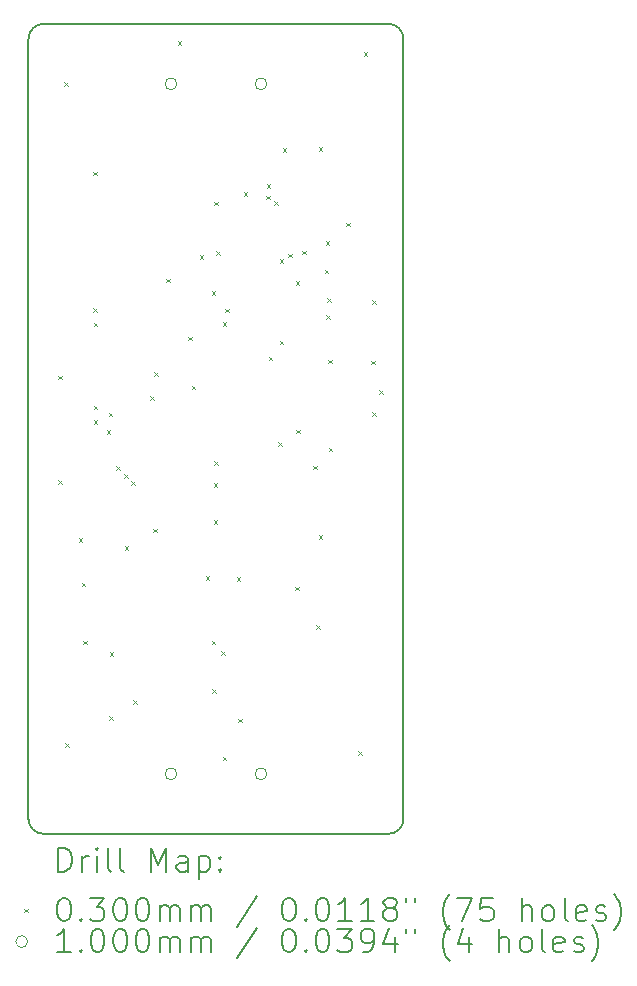
<source format=gbr>
%TF.GenerationSoftware,KiCad,Pcbnew,9.0.6-9.0.6~ubuntu25.10.1*%
%TF.CreationDate,2025-12-01T20:39:07+09:00*%
%TF.ProjectId,bionic-z280,62696f6e-6963-42d7-9a32-38302e6b6963,1*%
%TF.SameCoordinates,Original*%
%TF.FileFunction,Drillmap*%
%TF.FilePolarity,Positive*%
%FSLAX45Y45*%
G04 Gerber Fmt 4.5, Leading zero omitted, Abs format (unit mm)*
G04 Created by KiCad (PCBNEW 9.0.6-9.0.6~ubuntu25.10.1) date 2025-12-01 20:39:07*
%MOMM*%
%LPD*%
G01*
G04 APERTURE LIST*
%ADD10C,0.150000*%
%ADD11C,0.200000*%
%ADD12C,0.100000*%
G04 APERTURE END LIST*
D10*
X9909500Y-13858000D02*
G75*
G02*
X9782500Y-13731000I0J127000D01*
G01*
X12830500Y-7000000D02*
X9909500Y-7000000D01*
X9782500Y-7127000D02*
G75*
G02*
X9909500Y-7000000I127000J0D01*
G01*
X9909500Y-13858000D02*
X12830500Y-13858000D01*
X12830500Y-7000000D02*
G75*
G02*
X12957500Y-7127000I0J-127000D01*
G01*
X12957500Y-13731000D02*
G75*
G02*
X12830500Y-13858000I-127000J0D01*
G01*
X9782500Y-7127000D02*
X9782500Y-13731000D01*
X12957500Y-13731000D02*
X12957500Y-7127000D01*
D11*
D12*
X10036740Y-9979660D02*
X10066740Y-10009660D01*
X10066740Y-9979660D02*
X10036740Y-10009660D01*
X10036740Y-10866120D02*
X10066740Y-10896120D01*
X10066740Y-10866120D02*
X10036740Y-10896120D01*
X10085000Y-7493000D02*
X10115000Y-7523000D01*
X10115000Y-7493000D02*
X10085000Y-7523000D01*
X10092620Y-13091160D02*
X10122620Y-13121160D01*
X10122620Y-13091160D02*
X10092620Y-13121160D01*
X10209460Y-11353800D02*
X10239460Y-11383800D01*
X10239460Y-11353800D02*
X10209460Y-11383800D01*
X10234300Y-11732820D02*
X10264300Y-11762820D01*
X10264300Y-11732820D02*
X10234300Y-11762820D01*
X10246290Y-12223750D02*
X10276290Y-12253750D01*
X10276290Y-12223750D02*
X10246290Y-12253750D01*
X10330110Y-9406890D02*
X10360110Y-9436890D01*
X10360110Y-9406890D02*
X10330110Y-9436890D01*
X10331380Y-8252460D02*
X10361380Y-8282460D01*
X10361380Y-8252460D02*
X10331380Y-8282460D01*
X10336460Y-9530080D02*
X10366460Y-9560080D01*
X10366460Y-9530080D02*
X10336460Y-9560080D01*
X10336460Y-10232510D02*
X10366460Y-10262510D01*
X10366460Y-10232510D02*
X10336460Y-10262510D01*
X10336460Y-10358120D02*
X10366460Y-10388120D01*
X10366460Y-10358120D02*
X10336460Y-10388120D01*
X10446434Y-10441187D02*
X10476434Y-10471187D01*
X10476434Y-10441187D02*
X10446434Y-10471187D01*
X10463460Y-10292510D02*
X10493460Y-10322510D01*
X10493460Y-10292510D02*
X10463460Y-10322510D01*
X10466000Y-12860020D02*
X10496000Y-12890020D01*
X10496000Y-12860020D02*
X10466000Y-12890020D01*
X10471080Y-12319000D02*
X10501080Y-12349000D01*
X10501080Y-12319000D02*
X10471080Y-12349000D01*
X10523460Y-10746740D02*
X10553460Y-10776740D01*
X10553460Y-10746740D02*
X10523460Y-10776740D01*
X10593000Y-10811200D02*
X10623000Y-10841200D01*
X10623000Y-10811200D02*
X10593000Y-10841200D01*
X10597120Y-11422380D02*
X10627120Y-11452380D01*
X10627120Y-11422380D02*
X10597120Y-11452380D01*
X10653960Y-10871200D02*
X10683960Y-10901200D01*
X10683960Y-10871200D02*
X10653960Y-10901200D01*
X10671740Y-12724440D02*
X10701740Y-12754440D01*
X10701740Y-12724440D02*
X10671740Y-12754440D01*
X10811440Y-10154920D02*
X10841440Y-10184920D01*
X10841440Y-10154920D02*
X10811440Y-10184920D01*
X10836840Y-11275060D02*
X10866840Y-11305060D01*
X10866840Y-11275060D02*
X10836840Y-11305060D01*
X10849540Y-9949180D02*
X10879540Y-9979180D01*
X10879540Y-9949180D02*
X10849540Y-9979180D01*
X10948600Y-9156700D02*
X10978600Y-9186700D01*
X10978600Y-9156700D02*
X10948600Y-9186700D01*
X11047660Y-7145020D02*
X11077660Y-7175020D01*
X11077660Y-7145020D02*
X11047660Y-7175020D01*
X11134020Y-9649460D02*
X11164020Y-9679460D01*
X11164020Y-9649460D02*
X11134020Y-9679460D01*
X11164500Y-10063480D02*
X11194500Y-10093480D01*
X11194500Y-10063480D02*
X11164500Y-10093480D01*
X11233080Y-8958580D02*
X11263080Y-8988580D01*
X11263080Y-8958580D02*
X11233080Y-8988580D01*
X11285150Y-11677650D02*
X11315150Y-11707650D01*
X11315150Y-11677650D02*
X11285150Y-11707650D01*
X11332656Y-9263897D02*
X11362656Y-9293897D01*
X11362656Y-9263897D02*
X11332656Y-9293897D01*
X11334680Y-12222480D02*
X11364680Y-12252480D01*
X11364680Y-12222480D02*
X11334680Y-12252480D01*
X11337220Y-12633000D02*
X11367220Y-12663000D01*
X11367220Y-12633000D02*
X11337220Y-12663000D01*
X11352460Y-10888980D02*
X11382460Y-10918980D01*
X11382460Y-10888980D02*
X11352460Y-10918980D01*
X11352460Y-11201400D02*
X11382460Y-11231400D01*
X11382460Y-11201400D02*
X11352460Y-11231400D01*
X11355000Y-10703560D02*
X11385000Y-10733560D01*
X11385000Y-10703560D02*
X11355000Y-10733560D01*
X11357540Y-8506460D02*
X11387540Y-8536460D01*
X11387540Y-8506460D02*
X11357540Y-8536460D01*
X11370240Y-8925560D02*
X11400240Y-8955560D01*
X11400240Y-8925560D02*
X11370240Y-8955560D01*
X11416476Y-12311896D02*
X11446476Y-12341896D01*
X11446476Y-12311896D02*
X11416476Y-12341896D01*
X11426120Y-13205460D02*
X11456120Y-13235460D01*
X11456120Y-13205460D02*
X11426120Y-13235460D01*
X11428660Y-9525000D02*
X11458660Y-9555000D01*
X11458660Y-9525000D02*
X11428660Y-9555000D01*
X11446440Y-9412280D02*
X11476440Y-9442280D01*
X11476440Y-9412280D02*
X11446440Y-9442280D01*
X11545500Y-11684000D02*
X11575500Y-11714000D01*
X11575500Y-11684000D02*
X11545500Y-11714000D01*
X11558200Y-12882880D02*
X11588200Y-12912880D01*
X11588200Y-12882880D02*
X11558200Y-12912880D01*
X11606460Y-8425180D02*
X11636460Y-8455180D01*
X11636460Y-8425180D02*
X11606460Y-8455180D01*
X11795032Y-8456830D02*
X11825032Y-8486830D01*
X11825032Y-8456830D02*
X11795032Y-8486830D01*
X11800460Y-8359140D02*
X11830460Y-8389140D01*
X11830460Y-8359140D02*
X11800460Y-8389140D01*
X11817280Y-9817100D02*
X11847280Y-9847100D01*
X11847280Y-9817100D02*
X11817280Y-9847100D01*
X11862350Y-8500054D02*
X11892350Y-8530054D01*
X11892350Y-8500054D02*
X11862350Y-8530054D01*
X11898560Y-10543540D02*
X11928560Y-10573540D01*
X11928560Y-10543540D02*
X11898560Y-10573540D01*
X11908720Y-8991346D02*
X11938720Y-9021346D01*
X11938720Y-8991346D02*
X11908720Y-9021346D01*
X11910960Y-9682480D02*
X11940960Y-9712480D01*
X11940960Y-9682480D02*
X11910960Y-9712480D01*
X11934120Y-8054340D02*
X11964120Y-8084340D01*
X11964120Y-8054340D02*
X11934120Y-8084340D01*
X11980208Y-8946652D02*
X12010208Y-8976652D01*
X12010208Y-8946652D02*
X11980208Y-8976652D01*
X12043340Y-11765280D02*
X12073340Y-11795280D01*
X12073340Y-11765280D02*
X12043340Y-11795280D01*
X12045126Y-9178807D02*
X12075126Y-9208807D01*
X12075126Y-9178807D02*
X12045126Y-9208807D01*
X12047460Y-10436860D02*
X12077460Y-10466860D01*
X12077460Y-10436860D02*
X12047460Y-10466860D01*
X12099220Y-8920480D02*
X12129220Y-8950480D01*
X12129220Y-8920480D02*
X12099220Y-8950480D01*
X12195212Y-10741950D02*
X12225212Y-10771950D01*
X12225212Y-10741950D02*
X12195212Y-10771950D01*
X12218600Y-12090400D02*
X12248600Y-12120400D01*
X12248600Y-12090400D02*
X12218600Y-12120400D01*
X12238920Y-11330940D02*
X12268920Y-11360940D01*
X12268920Y-11330940D02*
X12238920Y-11360940D01*
X12241460Y-8046720D02*
X12271460Y-8076720D01*
X12271460Y-8046720D02*
X12241460Y-8076720D01*
X12292260Y-9083040D02*
X12322260Y-9113040D01*
X12322260Y-9083040D02*
X12292260Y-9113040D01*
X12300633Y-8839954D02*
X12330633Y-8869954D01*
X12330633Y-8839954D02*
X12300633Y-8869954D01*
X12304960Y-9469120D02*
X12334960Y-9499120D01*
X12334960Y-9469120D02*
X12304960Y-9499120D01*
X12312580Y-9321800D02*
X12342580Y-9351800D01*
X12342580Y-9321800D02*
X12312580Y-9351800D01*
X12320200Y-9845040D02*
X12350200Y-9875040D01*
X12350200Y-9845040D02*
X12320200Y-9875040D01*
X12325280Y-10588300D02*
X12355280Y-10618300D01*
X12355280Y-10588300D02*
X12325280Y-10618300D01*
X12475140Y-8684260D02*
X12505140Y-8714260D01*
X12505140Y-8684260D02*
X12475140Y-8714260D01*
X12574200Y-13157200D02*
X12604200Y-13187200D01*
X12604200Y-13157200D02*
X12574200Y-13187200D01*
X12622460Y-7239000D02*
X12652460Y-7269000D01*
X12652460Y-7239000D02*
X12622460Y-7269000D01*
X12685960Y-9852660D02*
X12715960Y-9882660D01*
X12715960Y-9852660D02*
X12685960Y-9882660D01*
X12691040Y-9342120D02*
X12721040Y-9372120D01*
X12721040Y-9342120D02*
X12691040Y-9372120D01*
X12692000Y-10289540D02*
X12722000Y-10319540D01*
X12722000Y-10289540D02*
X12692000Y-10319540D01*
X12752000Y-10104120D02*
X12782000Y-10134120D01*
X12782000Y-10104120D02*
X12752000Y-10134120D01*
X11039000Y-7508000D02*
G75*
G02*
X10939000Y-7508000I-50000J0D01*
G01*
X10939000Y-7508000D02*
G75*
G02*
X11039000Y-7508000I50000J0D01*
G01*
X11039000Y-13350000D02*
G75*
G02*
X10939000Y-13350000I-50000J0D01*
G01*
X10939000Y-13350000D02*
G75*
G02*
X11039000Y-13350000I50000J0D01*
G01*
X11801000Y-7508000D02*
G75*
G02*
X11701000Y-7508000I-50000J0D01*
G01*
X11701000Y-7508000D02*
G75*
G02*
X11801000Y-7508000I50000J0D01*
G01*
X11801000Y-13350000D02*
G75*
G02*
X11701000Y-13350000I-50000J0D01*
G01*
X11701000Y-13350000D02*
G75*
G02*
X11801000Y-13350000I50000J0D01*
G01*
D11*
X10035777Y-14176984D02*
X10035777Y-13976984D01*
X10035777Y-13976984D02*
X10083396Y-13976984D01*
X10083396Y-13976984D02*
X10111967Y-13986508D01*
X10111967Y-13986508D02*
X10131015Y-14005555D01*
X10131015Y-14005555D02*
X10140539Y-14024603D01*
X10140539Y-14024603D02*
X10150063Y-14062698D01*
X10150063Y-14062698D02*
X10150063Y-14091269D01*
X10150063Y-14091269D02*
X10140539Y-14129365D01*
X10140539Y-14129365D02*
X10131015Y-14148412D01*
X10131015Y-14148412D02*
X10111967Y-14167460D01*
X10111967Y-14167460D02*
X10083396Y-14176984D01*
X10083396Y-14176984D02*
X10035777Y-14176984D01*
X10235777Y-14176984D02*
X10235777Y-14043650D01*
X10235777Y-14081746D02*
X10245301Y-14062698D01*
X10245301Y-14062698D02*
X10254824Y-14053174D01*
X10254824Y-14053174D02*
X10273872Y-14043650D01*
X10273872Y-14043650D02*
X10292920Y-14043650D01*
X10359586Y-14176984D02*
X10359586Y-14043650D01*
X10359586Y-13976984D02*
X10350063Y-13986508D01*
X10350063Y-13986508D02*
X10359586Y-13996031D01*
X10359586Y-13996031D02*
X10369110Y-13986508D01*
X10369110Y-13986508D02*
X10359586Y-13976984D01*
X10359586Y-13976984D02*
X10359586Y-13996031D01*
X10483396Y-14176984D02*
X10464348Y-14167460D01*
X10464348Y-14167460D02*
X10454824Y-14148412D01*
X10454824Y-14148412D02*
X10454824Y-13976984D01*
X10588158Y-14176984D02*
X10569110Y-14167460D01*
X10569110Y-14167460D02*
X10559586Y-14148412D01*
X10559586Y-14148412D02*
X10559586Y-13976984D01*
X10816729Y-14176984D02*
X10816729Y-13976984D01*
X10816729Y-13976984D02*
X10883396Y-14119841D01*
X10883396Y-14119841D02*
X10950063Y-13976984D01*
X10950063Y-13976984D02*
X10950063Y-14176984D01*
X11131015Y-14176984D02*
X11131015Y-14072222D01*
X11131015Y-14072222D02*
X11121491Y-14053174D01*
X11121491Y-14053174D02*
X11102444Y-14043650D01*
X11102444Y-14043650D02*
X11064348Y-14043650D01*
X11064348Y-14043650D02*
X11045301Y-14053174D01*
X11131015Y-14167460D02*
X11111967Y-14176984D01*
X11111967Y-14176984D02*
X11064348Y-14176984D01*
X11064348Y-14176984D02*
X11045301Y-14167460D01*
X11045301Y-14167460D02*
X11035777Y-14148412D01*
X11035777Y-14148412D02*
X11035777Y-14129365D01*
X11035777Y-14129365D02*
X11045301Y-14110317D01*
X11045301Y-14110317D02*
X11064348Y-14100793D01*
X11064348Y-14100793D02*
X11111967Y-14100793D01*
X11111967Y-14100793D02*
X11131015Y-14091269D01*
X11226253Y-14043650D02*
X11226253Y-14243650D01*
X11226253Y-14053174D02*
X11245301Y-14043650D01*
X11245301Y-14043650D02*
X11283396Y-14043650D01*
X11283396Y-14043650D02*
X11302443Y-14053174D01*
X11302443Y-14053174D02*
X11311967Y-14062698D01*
X11311967Y-14062698D02*
X11321491Y-14081746D01*
X11321491Y-14081746D02*
X11321491Y-14138888D01*
X11321491Y-14138888D02*
X11311967Y-14157936D01*
X11311967Y-14157936D02*
X11302443Y-14167460D01*
X11302443Y-14167460D02*
X11283396Y-14176984D01*
X11283396Y-14176984D02*
X11245301Y-14176984D01*
X11245301Y-14176984D02*
X11226253Y-14167460D01*
X11407205Y-14157936D02*
X11416729Y-14167460D01*
X11416729Y-14167460D02*
X11407205Y-14176984D01*
X11407205Y-14176984D02*
X11397682Y-14167460D01*
X11397682Y-14167460D02*
X11407205Y-14157936D01*
X11407205Y-14157936D02*
X11407205Y-14176984D01*
X11407205Y-14053174D02*
X11416729Y-14062698D01*
X11416729Y-14062698D02*
X11407205Y-14072222D01*
X11407205Y-14072222D02*
X11397682Y-14062698D01*
X11397682Y-14062698D02*
X11407205Y-14053174D01*
X11407205Y-14053174D02*
X11407205Y-14072222D01*
D12*
X9745000Y-14490500D02*
X9775000Y-14520500D01*
X9775000Y-14490500D02*
X9745000Y-14520500D01*
D11*
X10073872Y-14396984D02*
X10092920Y-14396984D01*
X10092920Y-14396984D02*
X10111967Y-14406508D01*
X10111967Y-14406508D02*
X10121491Y-14416031D01*
X10121491Y-14416031D02*
X10131015Y-14435079D01*
X10131015Y-14435079D02*
X10140539Y-14473174D01*
X10140539Y-14473174D02*
X10140539Y-14520793D01*
X10140539Y-14520793D02*
X10131015Y-14558888D01*
X10131015Y-14558888D02*
X10121491Y-14577936D01*
X10121491Y-14577936D02*
X10111967Y-14587460D01*
X10111967Y-14587460D02*
X10092920Y-14596984D01*
X10092920Y-14596984D02*
X10073872Y-14596984D01*
X10073872Y-14596984D02*
X10054824Y-14587460D01*
X10054824Y-14587460D02*
X10045301Y-14577936D01*
X10045301Y-14577936D02*
X10035777Y-14558888D01*
X10035777Y-14558888D02*
X10026253Y-14520793D01*
X10026253Y-14520793D02*
X10026253Y-14473174D01*
X10026253Y-14473174D02*
X10035777Y-14435079D01*
X10035777Y-14435079D02*
X10045301Y-14416031D01*
X10045301Y-14416031D02*
X10054824Y-14406508D01*
X10054824Y-14406508D02*
X10073872Y-14396984D01*
X10226253Y-14577936D02*
X10235777Y-14587460D01*
X10235777Y-14587460D02*
X10226253Y-14596984D01*
X10226253Y-14596984D02*
X10216729Y-14587460D01*
X10216729Y-14587460D02*
X10226253Y-14577936D01*
X10226253Y-14577936D02*
X10226253Y-14596984D01*
X10302444Y-14396984D02*
X10426253Y-14396984D01*
X10426253Y-14396984D02*
X10359586Y-14473174D01*
X10359586Y-14473174D02*
X10388158Y-14473174D01*
X10388158Y-14473174D02*
X10407205Y-14482698D01*
X10407205Y-14482698D02*
X10416729Y-14492222D01*
X10416729Y-14492222D02*
X10426253Y-14511269D01*
X10426253Y-14511269D02*
X10426253Y-14558888D01*
X10426253Y-14558888D02*
X10416729Y-14577936D01*
X10416729Y-14577936D02*
X10407205Y-14587460D01*
X10407205Y-14587460D02*
X10388158Y-14596984D01*
X10388158Y-14596984D02*
X10331015Y-14596984D01*
X10331015Y-14596984D02*
X10311967Y-14587460D01*
X10311967Y-14587460D02*
X10302444Y-14577936D01*
X10550063Y-14396984D02*
X10569110Y-14396984D01*
X10569110Y-14396984D02*
X10588158Y-14406508D01*
X10588158Y-14406508D02*
X10597682Y-14416031D01*
X10597682Y-14416031D02*
X10607205Y-14435079D01*
X10607205Y-14435079D02*
X10616729Y-14473174D01*
X10616729Y-14473174D02*
X10616729Y-14520793D01*
X10616729Y-14520793D02*
X10607205Y-14558888D01*
X10607205Y-14558888D02*
X10597682Y-14577936D01*
X10597682Y-14577936D02*
X10588158Y-14587460D01*
X10588158Y-14587460D02*
X10569110Y-14596984D01*
X10569110Y-14596984D02*
X10550063Y-14596984D01*
X10550063Y-14596984D02*
X10531015Y-14587460D01*
X10531015Y-14587460D02*
X10521491Y-14577936D01*
X10521491Y-14577936D02*
X10511967Y-14558888D01*
X10511967Y-14558888D02*
X10502444Y-14520793D01*
X10502444Y-14520793D02*
X10502444Y-14473174D01*
X10502444Y-14473174D02*
X10511967Y-14435079D01*
X10511967Y-14435079D02*
X10521491Y-14416031D01*
X10521491Y-14416031D02*
X10531015Y-14406508D01*
X10531015Y-14406508D02*
X10550063Y-14396984D01*
X10740539Y-14396984D02*
X10759586Y-14396984D01*
X10759586Y-14396984D02*
X10778634Y-14406508D01*
X10778634Y-14406508D02*
X10788158Y-14416031D01*
X10788158Y-14416031D02*
X10797682Y-14435079D01*
X10797682Y-14435079D02*
X10807205Y-14473174D01*
X10807205Y-14473174D02*
X10807205Y-14520793D01*
X10807205Y-14520793D02*
X10797682Y-14558888D01*
X10797682Y-14558888D02*
X10788158Y-14577936D01*
X10788158Y-14577936D02*
X10778634Y-14587460D01*
X10778634Y-14587460D02*
X10759586Y-14596984D01*
X10759586Y-14596984D02*
X10740539Y-14596984D01*
X10740539Y-14596984D02*
X10721491Y-14587460D01*
X10721491Y-14587460D02*
X10711967Y-14577936D01*
X10711967Y-14577936D02*
X10702444Y-14558888D01*
X10702444Y-14558888D02*
X10692920Y-14520793D01*
X10692920Y-14520793D02*
X10692920Y-14473174D01*
X10692920Y-14473174D02*
X10702444Y-14435079D01*
X10702444Y-14435079D02*
X10711967Y-14416031D01*
X10711967Y-14416031D02*
X10721491Y-14406508D01*
X10721491Y-14406508D02*
X10740539Y-14396984D01*
X10892920Y-14596984D02*
X10892920Y-14463650D01*
X10892920Y-14482698D02*
X10902444Y-14473174D01*
X10902444Y-14473174D02*
X10921491Y-14463650D01*
X10921491Y-14463650D02*
X10950063Y-14463650D01*
X10950063Y-14463650D02*
X10969110Y-14473174D01*
X10969110Y-14473174D02*
X10978634Y-14492222D01*
X10978634Y-14492222D02*
X10978634Y-14596984D01*
X10978634Y-14492222D02*
X10988158Y-14473174D01*
X10988158Y-14473174D02*
X11007205Y-14463650D01*
X11007205Y-14463650D02*
X11035777Y-14463650D01*
X11035777Y-14463650D02*
X11054825Y-14473174D01*
X11054825Y-14473174D02*
X11064348Y-14492222D01*
X11064348Y-14492222D02*
X11064348Y-14596984D01*
X11159586Y-14596984D02*
X11159586Y-14463650D01*
X11159586Y-14482698D02*
X11169110Y-14473174D01*
X11169110Y-14473174D02*
X11188158Y-14463650D01*
X11188158Y-14463650D02*
X11216729Y-14463650D01*
X11216729Y-14463650D02*
X11235777Y-14473174D01*
X11235777Y-14473174D02*
X11245301Y-14492222D01*
X11245301Y-14492222D02*
X11245301Y-14596984D01*
X11245301Y-14492222D02*
X11254824Y-14473174D01*
X11254824Y-14473174D02*
X11273872Y-14463650D01*
X11273872Y-14463650D02*
X11302443Y-14463650D01*
X11302443Y-14463650D02*
X11321491Y-14473174D01*
X11321491Y-14473174D02*
X11331015Y-14492222D01*
X11331015Y-14492222D02*
X11331015Y-14596984D01*
X11721491Y-14387460D02*
X11550063Y-14644603D01*
X11978634Y-14396984D02*
X11997682Y-14396984D01*
X11997682Y-14396984D02*
X12016729Y-14406508D01*
X12016729Y-14406508D02*
X12026253Y-14416031D01*
X12026253Y-14416031D02*
X12035777Y-14435079D01*
X12035777Y-14435079D02*
X12045301Y-14473174D01*
X12045301Y-14473174D02*
X12045301Y-14520793D01*
X12045301Y-14520793D02*
X12035777Y-14558888D01*
X12035777Y-14558888D02*
X12026253Y-14577936D01*
X12026253Y-14577936D02*
X12016729Y-14587460D01*
X12016729Y-14587460D02*
X11997682Y-14596984D01*
X11997682Y-14596984D02*
X11978634Y-14596984D01*
X11978634Y-14596984D02*
X11959586Y-14587460D01*
X11959586Y-14587460D02*
X11950063Y-14577936D01*
X11950063Y-14577936D02*
X11940539Y-14558888D01*
X11940539Y-14558888D02*
X11931015Y-14520793D01*
X11931015Y-14520793D02*
X11931015Y-14473174D01*
X11931015Y-14473174D02*
X11940539Y-14435079D01*
X11940539Y-14435079D02*
X11950063Y-14416031D01*
X11950063Y-14416031D02*
X11959586Y-14406508D01*
X11959586Y-14406508D02*
X11978634Y-14396984D01*
X12131015Y-14577936D02*
X12140539Y-14587460D01*
X12140539Y-14587460D02*
X12131015Y-14596984D01*
X12131015Y-14596984D02*
X12121491Y-14587460D01*
X12121491Y-14587460D02*
X12131015Y-14577936D01*
X12131015Y-14577936D02*
X12131015Y-14596984D01*
X12264348Y-14396984D02*
X12283396Y-14396984D01*
X12283396Y-14396984D02*
X12302444Y-14406508D01*
X12302444Y-14406508D02*
X12311967Y-14416031D01*
X12311967Y-14416031D02*
X12321491Y-14435079D01*
X12321491Y-14435079D02*
X12331015Y-14473174D01*
X12331015Y-14473174D02*
X12331015Y-14520793D01*
X12331015Y-14520793D02*
X12321491Y-14558888D01*
X12321491Y-14558888D02*
X12311967Y-14577936D01*
X12311967Y-14577936D02*
X12302444Y-14587460D01*
X12302444Y-14587460D02*
X12283396Y-14596984D01*
X12283396Y-14596984D02*
X12264348Y-14596984D01*
X12264348Y-14596984D02*
X12245301Y-14587460D01*
X12245301Y-14587460D02*
X12235777Y-14577936D01*
X12235777Y-14577936D02*
X12226253Y-14558888D01*
X12226253Y-14558888D02*
X12216729Y-14520793D01*
X12216729Y-14520793D02*
X12216729Y-14473174D01*
X12216729Y-14473174D02*
X12226253Y-14435079D01*
X12226253Y-14435079D02*
X12235777Y-14416031D01*
X12235777Y-14416031D02*
X12245301Y-14406508D01*
X12245301Y-14406508D02*
X12264348Y-14396984D01*
X12521491Y-14596984D02*
X12407206Y-14596984D01*
X12464348Y-14596984D02*
X12464348Y-14396984D01*
X12464348Y-14396984D02*
X12445301Y-14425555D01*
X12445301Y-14425555D02*
X12426253Y-14444603D01*
X12426253Y-14444603D02*
X12407206Y-14454127D01*
X12711967Y-14596984D02*
X12597682Y-14596984D01*
X12654825Y-14596984D02*
X12654825Y-14396984D01*
X12654825Y-14396984D02*
X12635777Y-14425555D01*
X12635777Y-14425555D02*
X12616729Y-14444603D01*
X12616729Y-14444603D02*
X12597682Y-14454127D01*
X12826253Y-14482698D02*
X12807206Y-14473174D01*
X12807206Y-14473174D02*
X12797682Y-14463650D01*
X12797682Y-14463650D02*
X12788158Y-14444603D01*
X12788158Y-14444603D02*
X12788158Y-14435079D01*
X12788158Y-14435079D02*
X12797682Y-14416031D01*
X12797682Y-14416031D02*
X12807206Y-14406508D01*
X12807206Y-14406508D02*
X12826253Y-14396984D01*
X12826253Y-14396984D02*
X12864348Y-14396984D01*
X12864348Y-14396984D02*
X12883396Y-14406508D01*
X12883396Y-14406508D02*
X12892920Y-14416031D01*
X12892920Y-14416031D02*
X12902444Y-14435079D01*
X12902444Y-14435079D02*
X12902444Y-14444603D01*
X12902444Y-14444603D02*
X12892920Y-14463650D01*
X12892920Y-14463650D02*
X12883396Y-14473174D01*
X12883396Y-14473174D02*
X12864348Y-14482698D01*
X12864348Y-14482698D02*
X12826253Y-14482698D01*
X12826253Y-14482698D02*
X12807206Y-14492222D01*
X12807206Y-14492222D02*
X12797682Y-14501746D01*
X12797682Y-14501746D02*
X12788158Y-14520793D01*
X12788158Y-14520793D02*
X12788158Y-14558888D01*
X12788158Y-14558888D02*
X12797682Y-14577936D01*
X12797682Y-14577936D02*
X12807206Y-14587460D01*
X12807206Y-14587460D02*
X12826253Y-14596984D01*
X12826253Y-14596984D02*
X12864348Y-14596984D01*
X12864348Y-14596984D02*
X12883396Y-14587460D01*
X12883396Y-14587460D02*
X12892920Y-14577936D01*
X12892920Y-14577936D02*
X12902444Y-14558888D01*
X12902444Y-14558888D02*
X12902444Y-14520793D01*
X12902444Y-14520793D02*
X12892920Y-14501746D01*
X12892920Y-14501746D02*
X12883396Y-14492222D01*
X12883396Y-14492222D02*
X12864348Y-14482698D01*
X12978634Y-14396984D02*
X12978634Y-14435079D01*
X13054825Y-14396984D02*
X13054825Y-14435079D01*
X13350063Y-14673174D02*
X13340539Y-14663650D01*
X13340539Y-14663650D02*
X13321491Y-14635079D01*
X13321491Y-14635079D02*
X13311968Y-14616031D01*
X13311968Y-14616031D02*
X13302444Y-14587460D01*
X13302444Y-14587460D02*
X13292920Y-14539841D01*
X13292920Y-14539841D02*
X13292920Y-14501746D01*
X13292920Y-14501746D02*
X13302444Y-14454127D01*
X13302444Y-14454127D02*
X13311968Y-14425555D01*
X13311968Y-14425555D02*
X13321491Y-14406508D01*
X13321491Y-14406508D02*
X13340539Y-14377936D01*
X13340539Y-14377936D02*
X13350063Y-14368412D01*
X13407206Y-14396984D02*
X13540539Y-14396984D01*
X13540539Y-14396984D02*
X13454825Y-14596984D01*
X13711968Y-14396984D02*
X13616729Y-14396984D01*
X13616729Y-14396984D02*
X13607206Y-14492222D01*
X13607206Y-14492222D02*
X13616729Y-14482698D01*
X13616729Y-14482698D02*
X13635777Y-14473174D01*
X13635777Y-14473174D02*
X13683396Y-14473174D01*
X13683396Y-14473174D02*
X13702444Y-14482698D01*
X13702444Y-14482698D02*
X13711968Y-14492222D01*
X13711968Y-14492222D02*
X13721491Y-14511269D01*
X13721491Y-14511269D02*
X13721491Y-14558888D01*
X13721491Y-14558888D02*
X13711968Y-14577936D01*
X13711968Y-14577936D02*
X13702444Y-14587460D01*
X13702444Y-14587460D02*
X13683396Y-14596984D01*
X13683396Y-14596984D02*
X13635777Y-14596984D01*
X13635777Y-14596984D02*
X13616729Y-14587460D01*
X13616729Y-14587460D02*
X13607206Y-14577936D01*
X13959587Y-14596984D02*
X13959587Y-14396984D01*
X14045301Y-14596984D02*
X14045301Y-14492222D01*
X14045301Y-14492222D02*
X14035777Y-14473174D01*
X14035777Y-14473174D02*
X14016730Y-14463650D01*
X14016730Y-14463650D02*
X13988158Y-14463650D01*
X13988158Y-14463650D02*
X13969110Y-14473174D01*
X13969110Y-14473174D02*
X13959587Y-14482698D01*
X14169110Y-14596984D02*
X14150063Y-14587460D01*
X14150063Y-14587460D02*
X14140539Y-14577936D01*
X14140539Y-14577936D02*
X14131015Y-14558888D01*
X14131015Y-14558888D02*
X14131015Y-14501746D01*
X14131015Y-14501746D02*
X14140539Y-14482698D01*
X14140539Y-14482698D02*
X14150063Y-14473174D01*
X14150063Y-14473174D02*
X14169110Y-14463650D01*
X14169110Y-14463650D02*
X14197682Y-14463650D01*
X14197682Y-14463650D02*
X14216730Y-14473174D01*
X14216730Y-14473174D02*
X14226253Y-14482698D01*
X14226253Y-14482698D02*
X14235777Y-14501746D01*
X14235777Y-14501746D02*
X14235777Y-14558888D01*
X14235777Y-14558888D02*
X14226253Y-14577936D01*
X14226253Y-14577936D02*
X14216730Y-14587460D01*
X14216730Y-14587460D02*
X14197682Y-14596984D01*
X14197682Y-14596984D02*
X14169110Y-14596984D01*
X14350063Y-14596984D02*
X14331015Y-14587460D01*
X14331015Y-14587460D02*
X14321491Y-14568412D01*
X14321491Y-14568412D02*
X14321491Y-14396984D01*
X14502444Y-14587460D02*
X14483396Y-14596984D01*
X14483396Y-14596984D02*
X14445301Y-14596984D01*
X14445301Y-14596984D02*
X14426253Y-14587460D01*
X14426253Y-14587460D02*
X14416730Y-14568412D01*
X14416730Y-14568412D02*
X14416730Y-14492222D01*
X14416730Y-14492222D02*
X14426253Y-14473174D01*
X14426253Y-14473174D02*
X14445301Y-14463650D01*
X14445301Y-14463650D02*
X14483396Y-14463650D01*
X14483396Y-14463650D02*
X14502444Y-14473174D01*
X14502444Y-14473174D02*
X14511968Y-14492222D01*
X14511968Y-14492222D02*
X14511968Y-14511269D01*
X14511968Y-14511269D02*
X14416730Y-14530317D01*
X14588158Y-14587460D02*
X14607206Y-14596984D01*
X14607206Y-14596984D02*
X14645301Y-14596984D01*
X14645301Y-14596984D02*
X14664349Y-14587460D01*
X14664349Y-14587460D02*
X14673872Y-14568412D01*
X14673872Y-14568412D02*
X14673872Y-14558888D01*
X14673872Y-14558888D02*
X14664349Y-14539841D01*
X14664349Y-14539841D02*
X14645301Y-14530317D01*
X14645301Y-14530317D02*
X14616730Y-14530317D01*
X14616730Y-14530317D02*
X14597682Y-14520793D01*
X14597682Y-14520793D02*
X14588158Y-14501746D01*
X14588158Y-14501746D02*
X14588158Y-14492222D01*
X14588158Y-14492222D02*
X14597682Y-14473174D01*
X14597682Y-14473174D02*
X14616730Y-14463650D01*
X14616730Y-14463650D02*
X14645301Y-14463650D01*
X14645301Y-14463650D02*
X14664349Y-14473174D01*
X14740539Y-14673174D02*
X14750063Y-14663650D01*
X14750063Y-14663650D02*
X14769111Y-14635079D01*
X14769111Y-14635079D02*
X14778634Y-14616031D01*
X14778634Y-14616031D02*
X14788158Y-14587460D01*
X14788158Y-14587460D02*
X14797682Y-14539841D01*
X14797682Y-14539841D02*
X14797682Y-14501746D01*
X14797682Y-14501746D02*
X14788158Y-14454127D01*
X14788158Y-14454127D02*
X14778634Y-14425555D01*
X14778634Y-14425555D02*
X14769111Y-14406508D01*
X14769111Y-14406508D02*
X14750063Y-14377936D01*
X14750063Y-14377936D02*
X14740539Y-14368412D01*
D12*
X9775000Y-14769500D02*
G75*
G02*
X9675000Y-14769500I-50000J0D01*
G01*
X9675000Y-14769500D02*
G75*
G02*
X9775000Y-14769500I50000J0D01*
G01*
D11*
X10140539Y-14860984D02*
X10026253Y-14860984D01*
X10083396Y-14860984D02*
X10083396Y-14660984D01*
X10083396Y-14660984D02*
X10064348Y-14689555D01*
X10064348Y-14689555D02*
X10045301Y-14708603D01*
X10045301Y-14708603D02*
X10026253Y-14718127D01*
X10226253Y-14841936D02*
X10235777Y-14851460D01*
X10235777Y-14851460D02*
X10226253Y-14860984D01*
X10226253Y-14860984D02*
X10216729Y-14851460D01*
X10216729Y-14851460D02*
X10226253Y-14841936D01*
X10226253Y-14841936D02*
X10226253Y-14860984D01*
X10359586Y-14660984D02*
X10378634Y-14660984D01*
X10378634Y-14660984D02*
X10397682Y-14670508D01*
X10397682Y-14670508D02*
X10407205Y-14680031D01*
X10407205Y-14680031D02*
X10416729Y-14699079D01*
X10416729Y-14699079D02*
X10426253Y-14737174D01*
X10426253Y-14737174D02*
X10426253Y-14784793D01*
X10426253Y-14784793D02*
X10416729Y-14822888D01*
X10416729Y-14822888D02*
X10407205Y-14841936D01*
X10407205Y-14841936D02*
X10397682Y-14851460D01*
X10397682Y-14851460D02*
X10378634Y-14860984D01*
X10378634Y-14860984D02*
X10359586Y-14860984D01*
X10359586Y-14860984D02*
X10340539Y-14851460D01*
X10340539Y-14851460D02*
X10331015Y-14841936D01*
X10331015Y-14841936D02*
X10321491Y-14822888D01*
X10321491Y-14822888D02*
X10311967Y-14784793D01*
X10311967Y-14784793D02*
X10311967Y-14737174D01*
X10311967Y-14737174D02*
X10321491Y-14699079D01*
X10321491Y-14699079D02*
X10331015Y-14680031D01*
X10331015Y-14680031D02*
X10340539Y-14670508D01*
X10340539Y-14670508D02*
X10359586Y-14660984D01*
X10550063Y-14660984D02*
X10569110Y-14660984D01*
X10569110Y-14660984D02*
X10588158Y-14670508D01*
X10588158Y-14670508D02*
X10597682Y-14680031D01*
X10597682Y-14680031D02*
X10607205Y-14699079D01*
X10607205Y-14699079D02*
X10616729Y-14737174D01*
X10616729Y-14737174D02*
X10616729Y-14784793D01*
X10616729Y-14784793D02*
X10607205Y-14822888D01*
X10607205Y-14822888D02*
X10597682Y-14841936D01*
X10597682Y-14841936D02*
X10588158Y-14851460D01*
X10588158Y-14851460D02*
X10569110Y-14860984D01*
X10569110Y-14860984D02*
X10550063Y-14860984D01*
X10550063Y-14860984D02*
X10531015Y-14851460D01*
X10531015Y-14851460D02*
X10521491Y-14841936D01*
X10521491Y-14841936D02*
X10511967Y-14822888D01*
X10511967Y-14822888D02*
X10502444Y-14784793D01*
X10502444Y-14784793D02*
X10502444Y-14737174D01*
X10502444Y-14737174D02*
X10511967Y-14699079D01*
X10511967Y-14699079D02*
X10521491Y-14680031D01*
X10521491Y-14680031D02*
X10531015Y-14670508D01*
X10531015Y-14670508D02*
X10550063Y-14660984D01*
X10740539Y-14660984D02*
X10759586Y-14660984D01*
X10759586Y-14660984D02*
X10778634Y-14670508D01*
X10778634Y-14670508D02*
X10788158Y-14680031D01*
X10788158Y-14680031D02*
X10797682Y-14699079D01*
X10797682Y-14699079D02*
X10807205Y-14737174D01*
X10807205Y-14737174D02*
X10807205Y-14784793D01*
X10807205Y-14784793D02*
X10797682Y-14822888D01*
X10797682Y-14822888D02*
X10788158Y-14841936D01*
X10788158Y-14841936D02*
X10778634Y-14851460D01*
X10778634Y-14851460D02*
X10759586Y-14860984D01*
X10759586Y-14860984D02*
X10740539Y-14860984D01*
X10740539Y-14860984D02*
X10721491Y-14851460D01*
X10721491Y-14851460D02*
X10711967Y-14841936D01*
X10711967Y-14841936D02*
X10702444Y-14822888D01*
X10702444Y-14822888D02*
X10692920Y-14784793D01*
X10692920Y-14784793D02*
X10692920Y-14737174D01*
X10692920Y-14737174D02*
X10702444Y-14699079D01*
X10702444Y-14699079D02*
X10711967Y-14680031D01*
X10711967Y-14680031D02*
X10721491Y-14670508D01*
X10721491Y-14670508D02*
X10740539Y-14660984D01*
X10892920Y-14860984D02*
X10892920Y-14727650D01*
X10892920Y-14746698D02*
X10902444Y-14737174D01*
X10902444Y-14737174D02*
X10921491Y-14727650D01*
X10921491Y-14727650D02*
X10950063Y-14727650D01*
X10950063Y-14727650D02*
X10969110Y-14737174D01*
X10969110Y-14737174D02*
X10978634Y-14756222D01*
X10978634Y-14756222D02*
X10978634Y-14860984D01*
X10978634Y-14756222D02*
X10988158Y-14737174D01*
X10988158Y-14737174D02*
X11007205Y-14727650D01*
X11007205Y-14727650D02*
X11035777Y-14727650D01*
X11035777Y-14727650D02*
X11054825Y-14737174D01*
X11054825Y-14737174D02*
X11064348Y-14756222D01*
X11064348Y-14756222D02*
X11064348Y-14860984D01*
X11159586Y-14860984D02*
X11159586Y-14727650D01*
X11159586Y-14746698D02*
X11169110Y-14737174D01*
X11169110Y-14737174D02*
X11188158Y-14727650D01*
X11188158Y-14727650D02*
X11216729Y-14727650D01*
X11216729Y-14727650D02*
X11235777Y-14737174D01*
X11235777Y-14737174D02*
X11245301Y-14756222D01*
X11245301Y-14756222D02*
X11245301Y-14860984D01*
X11245301Y-14756222D02*
X11254824Y-14737174D01*
X11254824Y-14737174D02*
X11273872Y-14727650D01*
X11273872Y-14727650D02*
X11302443Y-14727650D01*
X11302443Y-14727650D02*
X11321491Y-14737174D01*
X11321491Y-14737174D02*
X11331015Y-14756222D01*
X11331015Y-14756222D02*
X11331015Y-14860984D01*
X11721491Y-14651460D02*
X11550063Y-14908603D01*
X11978634Y-14660984D02*
X11997682Y-14660984D01*
X11997682Y-14660984D02*
X12016729Y-14670508D01*
X12016729Y-14670508D02*
X12026253Y-14680031D01*
X12026253Y-14680031D02*
X12035777Y-14699079D01*
X12035777Y-14699079D02*
X12045301Y-14737174D01*
X12045301Y-14737174D02*
X12045301Y-14784793D01*
X12045301Y-14784793D02*
X12035777Y-14822888D01*
X12035777Y-14822888D02*
X12026253Y-14841936D01*
X12026253Y-14841936D02*
X12016729Y-14851460D01*
X12016729Y-14851460D02*
X11997682Y-14860984D01*
X11997682Y-14860984D02*
X11978634Y-14860984D01*
X11978634Y-14860984D02*
X11959586Y-14851460D01*
X11959586Y-14851460D02*
X11950063Y-14841936D01*
X11950063Y-14841936D02*
X11940539Y-14822888D01*
X11940539Y-14822888D02*
X11931015Y-14784793D01*
X11931015Y-14784793D02*
X11931015Y-14737174D01*
X11931015Y-14737174D02*
X11940539Y-14699079D01*
X11940539Y-14699079D02*
X11950063Y-14680031D01*
X11950063Y-14680031D02*
X11959586Y-14670508D01*
X11959586Y-14670508D02*
X11978634Y-14660984D01*
X12131015Y-14841936D02*
X12140539Y-14851460D01*
X12140539Y-14851460D02*
X12131015Y-14860984D01*
X12131015Y-14860984D02*
X12121491Y-14851460D01*
X12121491Y-14851460D02*
X12131015Y-14841936D01*
X12131015Y-14841936D02*
X12131015Y-14860984D01*
X12264348Y-14660984D02*
X12283396Y-14660984D01*
X12283396Y-14660984D02*
X12302444Y-14670508D01*
X12302444Y-14670508D02*
X12311967Y-14680031D01*
X12311967Y-14680031D02*
X12321491Y-14699079D01*
X12321491Y-14699079D02*
X12331015Y-14737174D01*
X12331015Y-14737174D02*
X12331015Y-14784793D01*
X12331015Y-14784793D02*
X12321491Y-14822888D01*
X12321491Y-14822888D02*
X12311967Y-14841936D01*
X12311967Y-14841936D02*
X12302444Y-14851460D01*
X12302444Y-14851460D02*
X12283396Y-14860984D01*
X12283396Y-14860984D02*
X12264348Y-14860984D01*
X12264348Y-14860984D02*
X12245301Y-14851460D01*
X12245301Y-14851460D02*
X12235777Y-14841936D01*
X12235777Y-14841936D02*
X12226253Y-14822888D01*
X12226253Y-14822888D02*
X12216729Y-14784793D01*
X12216729Y-14784793D02*
X12216729Y-14737174D01*
X12216729Y-14737174D02*
X12226253Y-14699079D01*
X12226253Y-14699079D02*
X12235777Y-14680031D01*
X12235777Y-14680031D02*
X12245301Y-14670508D01*
X12245301Y-14670508D02*
X12264348Y-14660984D01*
X12397682Y-14660984D02*
X12521491Y-14660984D01*
X12521491Y-14660984D02*
X12454825Y-14737174D01*
X12454825Y-14737174D02*
X12483396Y-14737174D01*
X12483396Y-14737174D02*
X12502444Y-14746698D01*
X12502444Y-14746698D02*
X12511967Y-14756222D01*
X12511967Y-14756222D02*
X12521491Y-14775269D01*
X12521491Y-14775269D02*
X12521491Y-14822888D01*
X12521491Y-14822888D02*
X12511967Y-14841936D01*
X12511967Y-14841936D02*
X12502444Y-14851460D01*
X12502444Y-14851460D02*
X12483396Y-14860984D01*
X12483396Y-14860984D02*
X12426253Y-14860984D01*
X12426253Y-14860984D02*
X12407206Y-14851460D01*
X12407206Y-14851460D02*
X12397682Y-14841936D01*
X12616729Y-14860984D02*
X12654825Y-14860984D01*
X12654825Y-14860984D02*
X12673872Y-14851460D01*
X12673872Y-14851460D02*
X12683396Y-14841936D01*
X12683396Y-14841936D02*
X12702444Y-14813365D01*
X12702444Y-14813365D02*
X12711967Y-14775269D01*
X12711967Y-14775269D02*
X12711967Y-14699079D01*
X12711967Y-14699079D02*
X12702444Y-14680031D01*
X12702444Y-14680031D02*
X12692920Y-14670508D01*
X12692920Y-14670508D02*
X12673872Y-14660984D01*
X12673872Y-14660984D02*
X12635777Y-14660984D01*
X12635777Y-14660984D02*
X12616729Y-14670508D01*
X12616729Y-14670508D02*
X12607206Y-14680031D01*
X12607206Y-14680031D02*
X12597682Y-14699079D01*
X12597682Y-14699079D02*
X12597682Y-14746698D01*
X12597682Y-14746698D02*
X12607206Y-14765746D01*
X12607206Y-14765746D02*
X12616729Y-14775269D01*
X12616729Y-14775269D02*
X12635777Y-14784793D01*
X12635777Y-14784793D02*
X12673872Y-14784793D01*
X12673872Y-14784793D02*
X12692920Y-14775269D01*
X12692920Y-14775269D02*
X12702444Y-14765746D01*
X12702444Y-14765746D02*
X12711967Y-14746698D01*
X12883396Y-14727650D02*
X12883396Y-14860984D01*
X12835777Y-14651460D02*
X12788158Y-14794317D01*
X12788158Y-14794317D02*
X12911967Y-14794317D01*
X12978634Y-14660984D02*
X12978634Y-14699079D01*
X13054825Y-14660984D02*
X13054825Y-14699079D01*
X13350063Y-14937174D02*
X13340539Y-14927650D01*
X13340539Y-14927650D02*
X13321491Y-14899079D01*
X13321491Y-14899079D02*
X13311968Y-14880031D01*
X13311968Y-14880031D02*
X13302444Y-14851460D01*
X13302444Y-14851460D02*
X13292920Y-14803841D01*
X13292920Y-14803841D02*
X13292920Y-14765746D01*
X13292920Y-14765746D02*
X13302444Y-14718127D01*
X13302444Y-14718127D02*
X13311968Y-14689555D01*
X13311968Y-14689555D02*
X13321491Y-14670508D01*
X13321491Y-14670508D02*
X13340539Y-14641936D01*
X13340539Y-14641936D02*
X13350063Y-14632412D01*
X13511968Y-14727650D02*
X13511968Y-14860984D01*
X13464348Y-14651460D02*
X13416729Y-14794317D01*
X13416729Y-14794317D02*
X13540539Y-14794317D01*
X13769110Y-14860984D02*
X13769110Y-14660984D01*
X13854825Y-14860984D02*
X13854825Y-14756222D01*
X13854825Y-14756222D02*
X13845301Y-14737174D01*
X13845301Y-14737174D02*
X13826253Y-14727650D01*
X13826253Y-14727650D02*
X13797682Y-14727650D01*
X13797682Y-14727650D02*
X13778634Y-14737174D01*
X13778634Y-14737174D02*
X13769110Y-14746698D01*
X13978634Y-14860984D02*
X13959587Y-14851460D01*
X13959587Y-14851460D02*
X13950063Y-14841936D01*
X13950063Y-14841936D02*
X13940539Y-14822888D01*
X13940539Y-14822888D02*
X13940539Y-14765746D01*
X13940539Y-14765746D02*
X13950063Y-14746698D01*
X13950063Y-14746698D02*
X13959587Y-14737174D01*
X13959587Y-14737174D02*
X13978634Y-14727650D01*
X13978634Y-14727650D02*
X14007206Y-14727650D01*
X14007206Y-14727650D02*
X14026253Y-14737174D01*
X14026253Y-14737174D02*
X14035777Y-14746698D01*
X14035777Y-14746698D02*
X14045301Y-14765746D01*
X14045301Y-14765746D02*
X14045301Y-14822888D01*
X14045301Y-14822888D02*
X14035777Y-14841936D01*
X14035777Y-14841936D02*
X14026253Y-14851460D01*
X14026253Y-14851460D02*
X14007206Y-14860984D01*
X14007206Y-14860984D02*
X13978634Y-14860984D01*
X14159587Y-14860984D02*
X14140539Y-14851460D01*
X14140539Y-14851460D02*
X14131015Y-14832412D01*
X14131015Y-14832412D02*
X14131015Y-14660984D01*
X14311968Y-14851460D02*
X14292920Y-14860984D01*
X14292920Y-14860984D02*
X14254825Y-14860984D01*
X14254825Y-14860984D02*
X14235777Y-14851460D01*
X14235777Y-14851460D02*
X14226253Y-14832412D01*
X14226253Y-14832412D02*
X14226253Y-14756222D01*
X14226253Y-14756222D02*
X14235777Y-14737174D01*
X14235777Y-14737174D02*
X14254825Y-14727650D01*
X14254825Y-14727650D02*
X14292920Y-14727650D01*
X14292920Y-14727650D02*
X14311968Y-14737174D01*
X14311968Y-14737174D02*
X14321491Y-14756222D01*
X14321491Y-14756222D02*
X14321491Y-14775269D01*
X14321491Y-14775269D02*
X14226253Y-14794317D01*
X14397682Y-14851460D02*
X14416730Y-14860984D01*
X14416730Y-14860984D02*
X14454825Y-14860984D01*
X14454825Y-14860984D02*
X14473872Y-14851460D01*
X14473872Y-14851460D02*
X14483396Y-14832412D01*
X14483396Y-14832412D02*
X14483396Y-14822888D01*
X14483396Y-14822888D02*
X14473872Y-14803841D01*
X14473872Y-14803841D02*
X14454825Y-14794317D01*
X14454825Y-14794317D02*
X14426253Y-14794317D01*
X14426253Y-14794317D02*
X14407206Y-14784793D01*
X14407206Y-14784793D02*
X14397682Y-14765746D01*
X14397682Y-14765746D02*
X14397682Y-14756222D01*
X14397682Y-14756222D02*
X14407206Y-14737174D01*
X14407206Y-14737174D02*
X14426253Y-14727650D01*
X14426253Y-14727650D02*
X14454825Y-14727650D01*
X14454825Y-14727650D02*
X14473872Y-14737174D01*
X14550063Y-14937174D02*
X14559587Y-14927650D01*
X14559587Y-14927650D02*
X14578634Y-14899079D01*
X14578634Y-14899079D02*
X14588158Y-14880031D01*
X14588158Y-14880031D02*
X14597682Y-14851460D01*
X14597682Y-14851460D02*
X14607206Y-14803841D01*
X14607206Y-14803841D02*
X14607206Y-14765746D01*
X14607206Y-14765746D02*
X14597682Y-14718127D01*
X14597682Y-14718127D02*
X14588158Y-14689555D01*
X14588158Y-14689555D02*
X14578634Y-14670508D01*
X14578634Y-14670508D02*
X14559587Y-14641936D01*
X14559587Y-14641936D02*
X14550063Y-14632412D01*
M02*

</source>
